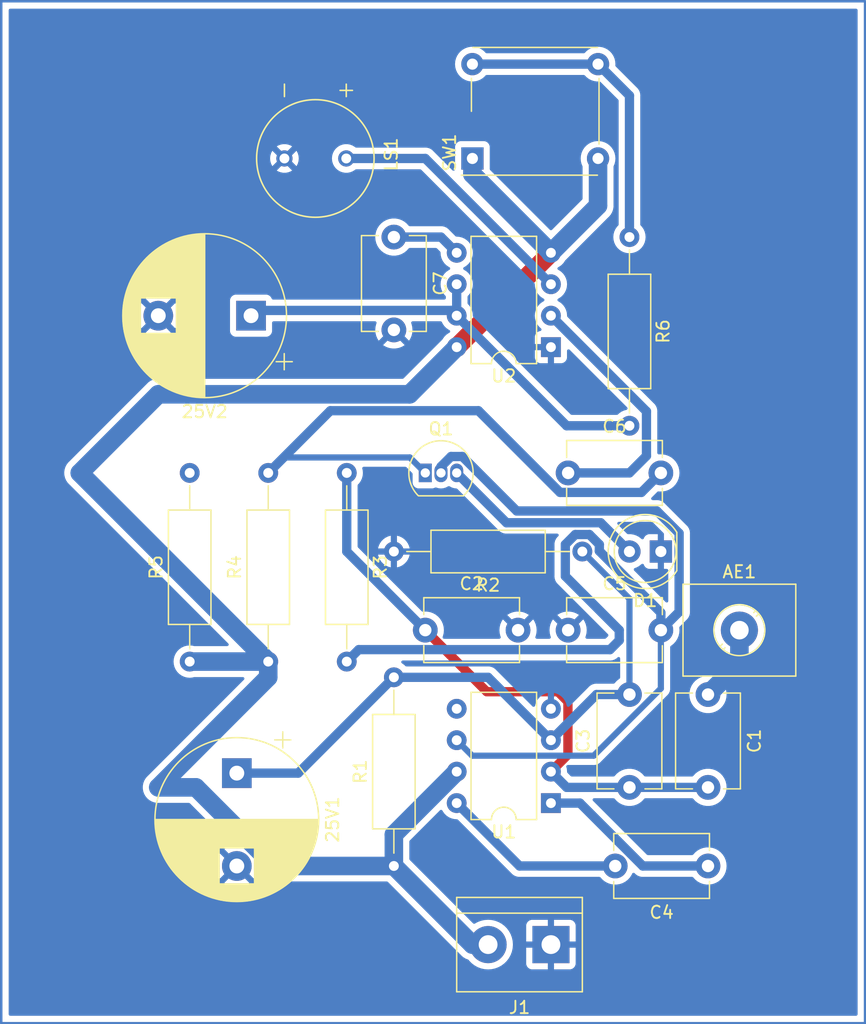
<source format=kicad_pcb>
(kicad_pcb (version 20221018) (generator pcbnew)
  (title_block (title "Phone Detector Module ") (date "09.11.2023") (rev "1.0") (company "by Muxtar_Safarov"))
  (layers (0 "F.Cu" signal) (31 "B.Cu" signal) (34 "B.Paste" user) (35 "F.Paste" user) (36 "B.SilkS" user "B.Silkscreen") (37 "F.SilkS" user "F.Silkscreen") (38 "B.Mask" user) (39 "F.Mask" user) (44 "Edge.Cuts" user))
  (net 0 "")
  (net 1 "Net-(U1-+)")
  (net 2 "Earth")
  (net 3 "Net-(U2-DIS)")
  (net 4 "Net-(AE1-A)")
  (net 5 "Net-(U1--)")
  (net 6 "Net-(C4-Pad1)")
  (net 7 "Net-(U1-STRB)")
  (net 8 "Net-(Q1-B)")
  (net 9 "Net-(U2-TR)")
  (net 10 "Net-(Q1-C)")
  (net 11 "Net-(U2-CV)")
  (net 12 "Net-(D1-A)")
  (net 13 "+12V")
  (net 14 "Net-(U2-Q)")
  (net 15 "Net-(R6-Pad1)")
  (footprint "Resistor_THT:R_Axial_DIN0309_L9.0mm_D3.2mm_P15.24mm_Horizontal" (layer "F.Cu") (at 57.15 171.45 90)
    (fp_text reference "R1" (at 7.62 -2.72 90) (layer "F.SilkS"))
    (fp_text value "2,2M")
    (pad "1" thru_hole circle (at 0 0 90) (size 1.6 1.6) (drill 0.8) (layers "*.Cu" "*.Mask") (net 13 "+12V"))
    (pad "2" thru_hole oval (at 15.24 0 90) (size 1.6 1.6) (drill 0.8) (layers "*.Cu" "*.Mask") (net 1 "Net-(U1-+)"))
  )
  (footprint "Capacitor_THT:C_Disc_D7.5mm_W5.0mm_P7.50mm" (layer "F.Cu") (at 57.15 120.65 -90)
    (fp_text reference "C7" (at 3.75 -3.75 90) (layer "F.SilkS"))
    (fp_text value "10nF")
    (pad "1" thru_hole circle (at 0 0 270) (size 2 2) (drill 1) (layers "*.Cu" "*.Mask") (net 11 "Net-(U2-CV)"))
    (pad "2" thru_hole circle (at 7.5 0 270) (size 2 2) (drill 1) (layers "*.Cu" "*.Mask") (net 2 "Earth"))
  )
  (footprint "Package_TO_SOT_THT:TO-92_Inline" (layer "F.Cu") (at 59.69 139.7)
    (fp_text reference "Q1" (at 1.27 -3.56) (layer "F.SilkS"))
    (fp_text value "BC548")
    (pad "1" thru_hole rect (at 0 0) (size 1.05 1.5) (drill 0.75) (layers "*.Cu" "*.Mask") (net 10 "Net-(Q1-C)"))
    (pad "2" thru_hole oval (at 1.27 0) (size 1.05 1.5) (drill 0.75) (layers "*.Cu" "*.Mask") (net 8 "Net-(Q1-B)"))
    (pad "3" thru_hole oval (at 2.54 0) (size 1.05 1.5) (drill 0.75) (layers "*.Cu" "*.Mask") (net 12 "Net-(D1-A)"))
  )
  (footprint "Package_DIP:DIP-8_W7.62mm" (layer "F.Cu") (at 69.85 129.54 180)
    (fp_text reference "U2" (at 3.81 -2.33) (layer "F.SilkS"))
    (fp_text value "NE555P")
    (pad "1" thru_hole rect (at 0 0 180) (size 1.6 1.6) (drill 0.8) (layers "*.Cu" "*.Mask") (net 2 "Earth"))
    (pad "2" thru_hole oval (at 0 2.54 180) (size 1.6 1.6) (drill 0.8) (layers "*.Cu" "*.Mask") (net 9 "Net-(U2-TR)"))
    (pad "3" thru_hole oval (at 0 5.08 180) (size 1.6 1.6) (drill 0.8) (layers "*.Cu" "*.Mask") (net 14 "Net-(U2-Q)"))
    (pad "4" thru_hole oval (at 0 7.62 180) (size 1.6 1.6) (drill 0.8) (layers "*.Cu" "*.Mask") (net 13 "+12V"))
    (pad "5" thru_hole oval (at 7.62 7.62 180) (size 1.6 1.6) (drill 0.8) (layers "*.Cu" "*.Mask") (net 11 "Net-(U2-CV)"))
    (pad "6" thru_hole oval (at 7.62 5.08 180) (size 1.6 1.6) (drill 0.8) (layers "*.Cu" "*.Mask") (net 3 "Net-(U2-DIS)"))
    (pad "7" thru_hole oval (at 7.62 2.54 180) (size 1.6 1.6) (drill 0.8) (layers "*.Cu" "*.Mask") (net 3 "Net-(U2-DIS)"))
    (pad "8" thru_hole oval (at 7.62 0 180) (size 1.6 1.6) (drill 0.8) (layers "*.Cu" "*.Mask") (net 13 "+12V"))
  )
  (footprint "Capacitor_THT:C_Disc_D7.5mm_W5.0mm_P7.50mm" (layer "F.Cu") (at 76.2 165.1 90)
    (fp_text reference "C3" (at 3.75 -3.75 90) (layer "F.SilkS"))
    (fp_text value "220nF")
    (pad "1" thru_hole circle (at 0 0 90) (size 2 2) (drill 1) (layers "*.Cu" "*.Mask") (net 5 "Net-(U1--)"))
    (pad "2" thru_hole circle (at 7.5 0 90) (size 2 2) (drill 1) (layers "*.Cu" "*.Mask") (net 1 "Net-(U1-+)"))
  )
  (footprint "Capacitor_THT:CP_Radial_D13.0mm_P7.50mm" (layer "F.Cu") (at 44.45 163.95 -90)
    (fp_text reference "25V1" (at 3.75 -7.75 90) (layer "F.SilkS"))
    (fp_text value "100uF")
    (pad "1" thru_hole rect (at 0 0 270) (size 2.4 2.4) (drill 1.2) (layers "*.Cu" "*.Mask") (net 1 "Net-(U1-+)"))
    (pad "2" thru_hole circle (at 7.5 0 270) (size 2.4 2.4) (drill 1.2) (layers "*.Cu" "*.Mask") (net 2 "Earth"))
  )
  (footprint "LED_THT:LED_D5.0mm" (layer "F.Cu") (at 78.74 146.05 180)
    (fp_text reference "D1" (at 1.27 -3.96) (layer "F.SilkS"))
    (fp_text value "LED")
    (pad "1" thru_hole rect (at 0 0 180) (size 1.8 1.8) (drill 0.9) (layers "*.Cu" "*.Mask") (net 2 "Earth"))
    (pad "2" thru_hole circle (at 2.54 0 180) (size 1.8 1.8) (drill 0.9) (layers "*.Cu" "*.Mask") (net 12 "Net-(D1-A)"))
  )
  (footprint "TerminalBlock_MetzConnect:TerminalBlock_MetzConnect_360271_1x01_Horizontal_ScrewM3.0_Boxed" (layer "F.Cu") (at 85.09 152.4)
    (fp_text reference "AE1" (at 0 -4.71) (layer "F.SilkS"))
    (fp_text value "Antenna")
    (pad "1" thru_hole circle (at 0 0) (size 3 3) (drill 1.5) (layers "*.Cu" "*.Mask") (net 4 "Net-(AE1-A)"))
  )
  (footprint "Resistor_THT:R_Axial_DIN0309_L9.0mm_D3.2mm_P15.24mm_Horizontal" (layer "F.Cu") (at 76.2 120.65 -90)
    (fp_text reference "R6" (at 7.62 -2.72 90) (layer "F.SilkS"))
    (fp_text value "15K")
    (pad "1" thru_hole circle (at 0 0 270) (size 1.6 1.6) (drill 0.8) (layers "*.Cu" "*.Mask") (net 15 "Net-(R6-Pad1)"))
    (pad "2" thru_hole oval (at 15.24 0 270) (size 1.6 1.6) (drill 0.8) (layers "*.Cu" "*.Mask") (net 3 "Net-(U2-DIS)"))
  )
  (footprint "Capacitor_THT:CP_Radial_D13.0mm_P7.50mm" (layer "F.Cu") (at 45.6 127 180)
    (fp_text reference "25V2" (at 3.75 -7.75) (layer "F.SilkS"))
    (fp_text value "4,7uF")
    (pad "1" thru_hole rect (at 0 0 180) (size 2.4 2.4) (drill 1.2) (layers "*.Cu" "*.Mask") (net 3 "Net-(U2-DIS)"))
    (pad "2" thru_hole circle (at 7.5 0 180) (size 2.4 2.4) (drill 1.2) (layers "*.Cu" "*.Mask") (net 2 "Earth"))
  )
  (footprint "Resistor_THT:R_Axial_DIN0309_L9.0mm_D3.2mm_P15.24mm_Horizontal" (layer "F.Cu") (at 46.99 154.94 90)
    (fp_text reference "R4" (at 7.62 -2.72 90) (layer "F.SilkS"))
    (fp_text value "1,5K")
    (pad "1" thru_hole circle (at 0 0 90) (size 1.6 1.6) (drill 0.8) (layers "*.Cu" "*.Mask") (net 13 "+12V"))
    (pad "2" thru_hole oval (at 15.24 0 90) (size 1.6 1.6) (drill 0.8) (layers "*.Cu" "*.Mask") (net 10 "Net-(Q1-C)"))
  )
  (footprint "TerminalBlock:TerminalBlock_bornier-2_P5.08mm" (layer "F.Cu") (at 69.85 177.8 180)
    (fp_text reference "J1" (at 2.54 -5.08) (layer "F.SilkS"))
    (fp_text value "VCC INPUT")
    (pad "1" thru_hole rect (at 0 0 180) (size 3 3) (drill 1.52) (layers "*.Cu" "*.Mask") (net 2 "Earth"))
    (pad "2" thru_hole circle (at 5.08 0 180) (size 3 3) (drill 1.52) (layers "*.Cu" "*.Mask") (net 13 "+12V"))
  )
  (footprint "Capacitor_THT:C_Disc_D7.5mm_W5.0mm_P7.50mm" (layer "F.Cu") (at 71.24 152.4)
    (fp_text reference "C5" (at 3.75 -3.75) (layer "F.SilkS"))
    (fp_text value "100nF")
    (pad "1" thru_hole circle (at 0 0) (size 2 2) (drill 1) (layers "*.Cu" "*.Mask") (net 2 "Earth"))
    (pad "2" thru_hole circle (at 7.5 0) (size 2 2) (drill 1) (layers "*.Cu" "*.Mask") (net 8 "Net-(Q1-B)"))
  )
  (footprint "Resistor_THT:R_Axial_DIN0309_L9.0mm_D3.2mm_P15.24mm_Horizontal" (layer "F.Cu") (at 72.39 146.05 180)
    (fp_text reference "R2" (at 7.62 -2.72) (layer "F.SilkS"))
    (fp_text value "100K")
    (pad "1" thru_hole circle (at 0 0 180) (size 1.6 1.6) (drill 0.8) (layers "*.Cu" "*.Mask") (net 1 "Net-(U1-+)"))
    (pad "2" thru_hole oval (at 15.24 0 180) (size 1.6 1.6) (drill 0.8) (layers "*.Cu" "*.Mask") (net 2 "Earth"))
  )
  (footprint "Capacitor_THT:C_Disc_D7.5mm_W5.0mm_P7.50mm" (layer "F.Cu") (at 59.69 152.4)
    (fp_text reference "C2" (at 3.75 -3.75) (layer "F.SilkS"))
    (fp_text value "22pF")
    (pad "1" thru_hole circle (at 0 0) (size 2 2) (drill 1) (layers "*.Cu" "*.Mask") (net 5 "Net-(U1--)"))
    (pad "2" thru_hole circle (at 7.5 0) (size 2 2) (drill 1) (layers "*.Cu" "*.Mask") (net 2 "Earth"))
  )
  (footprint "Capacitor_THT:C_Disc_D7.5mm_W5.0mm_P7.50mm" (layer "F.Cu") (at 82.55 157.6 -90)
    (fp_text reference "C1" (at 3.75 -3.75 90) (layer "F.SilkS"))
    (fp_text value "22pF")
    (pad "1" thru_hole circle (at 0 0 270) (size 2 2) (drill 1) (layers "*.Cu" "*.Mask") (net 4 "Net-(AE1-A)"))
    (pad "2" thru_hole circle (at 7.5 0 270) (size 2 2) (drill 1) (layers "*.Cu" "*.Mask") (net 5 "Net-(U1--)"))
  )
  (footprint "Resistor_THT:R_Axial_DIN0309_L9.0mm_D3.2mm_P15.24mm_Horizontal" (layer "F.Cu") (at 53.34 139.7 -90)
    (fp_text reference "R3" (at 7.62 -2.72 90) (layer "F.SilkS"))
    (fp_text value "2,2M")
    (pad "1" thru_hole circle (at 0 0 270) (size 1.6 1.6) (drill 0.8) (layers "*.Cu" "*.Mask") (net 5 "Net-(U1--)"))
    (pad "2" thru_hole oval (at 15.24 0 270) (size 1.6 1.6) (drill 0.8) (layers "*.Cu" "*.Mask") (net 8 "Net-(Q1-B)"))
  )
  (footprint "Button_Switch_THT:SW_MEC_5GTH9" (layer "F.Cu") (at 63.5 114.3 90)
    (fp_text reference "SW1" (at 0.475 -1.85 90) (layer "F.SilkS"))
    (fp_text value "SW_Push")
    (pad "1" thru_hole rect (at 0 0 180) (size 1.8 1.8) (drill 0.9) (layers "*.Cu" "*.Mask") (net 13 "+12V"))
    (pad "1" thru_hole circle (at 0 10.16 180) (size 1.8 1.8) (drill 0.9) (layers "*.Cu" "*.Mask") (net 13 "+12V"))
    (pad "2" thru_hole circle (at 7.62 0 180) (size 1.8 1.8) (drill 0.9) (layers "*.Cu" "*.Mask") (net 15 "Net-(R6-Pad1)"))
    (pad "2" thru_hole circle (at 7.62 10.16 180) (size 1.8 1.8) (drill 0.9) (layers "*.Cu" "*.Mask") (net 15 "Net-(R6-Pad1)"))
  )
  (footprint "Capacitor_THT:C_Disc_D7.5mm_W5.0mm_P7.50mm" (layer "F.Cu") (at 82.55 171.45 180)
    (fp_text reference "C4" (at 3.75 -3.75) (layer "F.SilkS"))
    (fp_text value "47pF")
    (pad "1" thru_hole circle (at 0 0 180) (size 2 2) (drill 1) (layers "*.Cu" "*.Mask") (net 6 "Net-(C4-Pad1)"))
    (pad "2" thru_hole circle (at 7.5 0 180) (size 2 2) (drill 1) (layers "*.Cu" "*.Mask") (net 7 "Net-(U1-STRB)"))
  )
  (footprint "Capacitor_THT:C_Disc_D7.5mm_W5.0mm_P7.50mm" (layer "F.Cu") (at 71.24 139.7)
    (fp_text reference "C6" (at 3.75 -3.75) (layer "F.SilkS"))
    (fp_text value "100nF")
    (pad "1" thru_hole circle (at 0 0) (size 2 2) (drill 1) (layers "*.Cu" "*.Mask") (net 9 "Net-(U2-TR)"))
    (pad "2" thru_hole circle (at 7.5 0) (size 2 2) (drill 1) (layers "*.Cu" "*.Mask") (net 10 "Net-(Q1-C)"))
  )
  (footprint "AI-1027-TWT-3V-R:XDCR_AI-1027-TWT-3V-R" (layer "F.Cu") (at 50.8 114.3 -90)
    (fp_text reference "LS1" (at -0.325 -6.135 90) (layer "F.SilkS"))
    (fp_text value "AI-1027-TWT-3V-R")
    (pad "N" thru_hole circle (at 0 2.5 270) (size 1.308 1.308) (drill 0.8) (layers "*.Cu" "*.Mask") (net 2 "Earth"))
    (pad "P" thru_hole circle (at 0 -2.5 270) (size 1.308 1.308) (drill 0.8) (layers "*.Cu" "*.Mask") (net 14 "Net-(U2-Q)"))
  )
  (footprint "Package_DIP:DIP-8_W7.62mm" (layer "F.Cu") (at 69.85 166.37 180)
    (fp_text reference "U1" (at 3.81 -2.33) (layer "F.SilkS"))
    (fp_text value "CA3130")
    (pad "1" thru_hole rect (at 0 0 180) (size 1.6 1.6) (drill 0.8) (layers "*.Cu" "*.Mask") (net 6 "Net-(C4-Pad1)"))
    (pad "2" thru_hole oval (at 0 2.54 180) (size 1.6 1.6) (drill 0.8) (layers "*.Cu" "*.Mask") (net 5 "Net-(U1--)"))
    (pad "3" thru_hole oval (at 0 5.08 180) (size 1.6 1.6) (drill 0.8) (layers "*.Cu" "*.Mask") (net 1 "Net-(U1-+)"))
    (pad "4" thru_hole oval (at 0 7.62 180) (size 1.6 1.6) (drill 0.8) (layers "*.Cu" "*.Mask") (net 2 "Earth"))
    (pad "5" thru_hole oval (at 7.62 7.62 180) (size 1.6 1.6) (drill 0.8) (layers "*.Cu" "*.Mask"))
    (pad "6" thru_hole oval (at 7.62 5.08 180) (size 1.6 1.6) (drill 0.8) (layers "*.Cu" "*.Mask") (net 8 "Net-(Q1-B)"))
    (pad "7" thru_hole oval (at 7.62 2.54 180) (size 1.6 1.6) (drill 0.8) (layers "*.Cu" "*.Mask") (net 13 "+12V"))
    (pad "8" thru_hole oval (at 7.62 0 180) (size 1.6 1.6) (drill 0.8) (layers "*.Cu" "*.Mask") (net 7 "Net-(U1-STRB)"))
  )
  (footprint "Resistor_THT:R_Axial_DIN0309_L9.0mm_D3.2mm_P15.24mm_Horizontal" (layer "F.Cu") (at 40.64 154.94 90)
    (fp_text reference "R5" (at 7.62 -2.72 90) (layer "F.SilkS"))
    (fp_text value "15K")
    (pad "1" thru_hole circle (at 0 0 90) (size 1.6 1.6) (drill 0.8) (layers "*.Cu" "*.Mask") (net 13 "+12V"))
    (pad "2" thru_hole oval (at 15.24 0 90) (size 1.6 1.6) (drill 0.8) (layers "*.Cu" "*.Mask") (net 9 "Net-(U2-TR)"))
  )
  (gr_rect (start 25.4 101.6) (end 95.25 184.15) (stroke (width 0.2)) (fill none) (layer "B.Cu"))
  (segment (start 44.45 163.95) (end 49.41 163.95) (width 0.75) (layer "B.Cu") (net 1))
  (segment (start 57.15 156.21) (end 64.77 156.21) (width 0.75) (layer "B.Cu") (net 1))
  (segment (start 76.2 157.6) (end 73.54 157.6) (width 0.75) (layer "B.Cu") (net 1))
  (segment (start 64.77 156.21) (end 69.85 161.29) (width 0.75) (layer "B.Cu") (net 1))
  (segment (start 76.2 149.86) (end 76.2 157.6) (width 0.5) (layer "B.Cu") (net 1))
  (segment (start 72.39 146.05) (end 76.2 149.86) (width 0.5) (layer "B.Cu") (net 1))
  (segment (start 49.41 163.95) (end 57.15 156.21) (width 0.75) (layer "B.Cu") (net 1))
  (segment (start 73.54 157.6) (end 69.85 161.29) (width 0.75) (layer "B.Cu") (net 1))
  (segment (start 61.805 126.575) (end 62.23 127) (width 0.75) (layer "B.Cu") (net 3))
  (segment (start 62.23 124.46) (end 62.23 127) (width 0.75) (layer "B.Cu") (net 3))
  (segment (start 45.6 127) (end 46.025 126.575) (width 0.75) (layer "B.Cu") (net 3))
  (segment (start 71.12 135.89) (end 76.2 135.89) (width 0.75) (layer "B.Cu") (net 3))
  (segment (start 46.025 126.575) (end 61.805 126.575) (width 0.75) (layer "B.Cu") (net 3))
  (segment (start 62.23 127) (end 71.12 135.89) (width 0.75) (layer "B.Cu") (net 3))
  (segment (start 85.09 155.06) (end 82.55 157.6) (width 1.5) (layer "B.Cu") (net 4))
  (segment (start 85.09 152.4) (end 85.09 155.06) (width 1.5) (layer "B.Cu") (net 4))
  (segment (start 70.419544 157.375) (end 64.665 157.375) (width 0.75) (layer "F.Cu") (net 5))
  (segment (start 69.85 163.83) (end 71.225 162.455) (width 0.75) (layer "F.Cu") (net 5))
  (segment (start 71.225 158.180456) (end 70.419544 157.375) (width 0.75) (layer "F.Cu") (net 5))
  (segment (start 64.665 157.375) (end 59.69 152.4) (width 0.75) (layer "F.Cu") (net 5))
  (segment (start 71.225 162.455) (end 71.225 158.180456) (width 0.75) (layer "F.Cu") (net 5))
  (segment (start 53.34 139.7) (end 53.34 146.05) (width 0.75) (layer "B.Cu") (net 5))
  (segment (start 76.2 165.1) (end 71.12 165.1) (width 0.75) (layer "B.Cu") (net 5))
  (segment (start 76.2 165.1) (end 82.55 165.1) (width 0.75) (layer "B.Cu") (net 5))
  (segment (start 53.34 146.05) (end 59.69 152.4) (width 0.75) (layer "B.Cu") (net 5))
  (segment (start 71.12 165.1) (end 69.85 163.83) (width 0.75) (layer "B.Cu") (net 5))
  (segment (start 72.197387 166.37) (end 77.277387 171.45) (width 0.75) (layer "B.Cu") (net 6))
  (segment (start 77.277387 171.45) (end 82.55 171.45) (width 0.75) (layer "B.Cu") (net 6))
  (segment (start 69.85 166.37) (end 72.197387 166.37) (width 0.75) (layer "B.Cu") (net 6))
  (segment (start 67.31 171.45) (end 62.23 166.37) (width 0.75) (layer "B.Cu") (net 7))
  (segment (start 75.05 171.45) (end 67.31 171.45) (width 0.75) (layer "B.Cu") (net 7))
  (segment (start 53.34 154.94) (end 54.305 153.975) (width 0.75) (layer "B.Cu") (net 8))
  (segment (start 54.305 153.975) (end 74.625 153.975) (width 0.75) (layer "B.Cu") (net 8))
  (segment (start 62.685635 138.375) (end 67.085635 142.775) (width 0.75) (layer "B.Cu") (net 8))
  (segment (start 71.820456 144.675) (end 72.959544 144.675) (width 0.75) (layer "B.Cu") (net 8))
  (segment (start 75.375 152.4) (end 71.015 148.04) (width 0.75) (layer "B.Cu") (net 8))
  (segment (start 73.765 146.010787) (end 78.74 150.985787) (width 0.75) (layer "B.Cu") (net 8))
  (segment (start 75.375 153.225) (end 75.375 152.4) (width 0.75) (layer "B.Cu") (net 8))
  (segment (start 72.959544 144.675) (end 73.765 145.480456) (width 0.75) (layer "B.Cu") (net 8))
  (segment (start 78.74 150.985787) (end 78.74 152.4) (width 0.75) (layer "B.Cu") (net 8))
  (segment (start 74.625 153.975) (end 75.375 153.225) (width 0.75) (layer "B.Cu") (net 8))
  (segment (start 67.085635 142.775) (end 78.415 142.775) (width 0.75) (layer "B.Cu") (net 8))
  (segment (start 61.774365 138.375) (end 62.685635 138.375) (width 0.75) (layer "B.Cu") (net 8))
  (segment (start 60.96 139.189365) (end 61.774365 138.375) (width 0.75) (layer "B.Cu") (net 8))
  (segment (start 71.015 145.480456) (end 71.820456 144.675) (width 0.75) (layer "B.Cu") (net 8))
  (segment (start 71.015 148.04) (end 71.015 145.480456) (width 0.75) (layer "B.Cu") (net 8))
  (segment (start 60.96 139.7) (end 60.96 139.189365) (width 0.75) (layer "B.Cu") (net 8))
  (segment (start 80.215 144.575) (end 80.215 150.925) (width 0.75) (layer "B.Cu") (net 8))
  (segment (start 78.415 142.775) (end 80.215 144.575) (width 0.75) (layer "B.Cu") (net 8))
  (segment (start 78.74 157.11061) (end 78.74 152.4) (width 0.5) (layer "B.Cu") (net 8))
  (segment (start 73.765 145.480456) (end 73.765 146.010787) (width 0.75) (layer "B.Cu") (net 8))
  (segment (start 63.48 162.54) (end 73.31061 162.54) (width 0.5) (layer "B.Cu") (net 8))
  (segment (start 73.31061 162.54) (end 78.74 157.11061) (width 0.5) (layer "B.Cu") (net 8))
  (segment (start 62.23 161.29) (end 63.48 162.54) (width 0.5) (layer "B.Cu") (net 8))
  (segment (start 80.215 150.925) (end 78.74 152.4) (width 0.75) (layer "B.Cu") (net 8))
  (segment (start 69.85 127) (end 77.575 134.725) (width 0.75) (layer "B.Cu") (net 9))
  (segment (start 77.575 138.325) (end 76.2 139.7) (width 0.75) (layer "B.Cu") (net 9))
  (segment (start 77.575 134.725) (end 77.575 138.325) (width 0.75) (layer "B.Cu") (net 9))
  (segment (start 76.2 139.7) (end 71.24 139.7) (width 0.75) (layer "B.Cu") (net 9))
  (segment (start 58.44 138.45) (end 59.69 139.7) (width 0.5) (layer "B.Cu") (net 10))
  (segment (start 52.015 134.675) (end 46.99 139.7) (width 0.75) (layer "B.Cu") (net 10))
  (segment (start 46.99 139.7) (end 48.24 138.45) (width 0.5) (layer "B.Cu") (net 10))
  (segment (start 70.587613 141.275) (end 63.987613 134.675) (width 0.75) (layer "B.Cu") (net 10))
  (segment (start 77.165 141.275) (end 70.587613 141.275) (width 0.75) (layer "B.Cu") (net 10))
  (segment (start 63.987613 134.675) (end 52.015 134.675) (width 0.75) (layer "B.Cu") (net 10))
  (segment (start 48.24 138.45) (end 58.44 138.45) (width 0.5) (layer "B.Cu") (net 10))
  (segment (start 78.74 139.7) (end 77.165 141.275) (width 0.75) (layer "B.Cu") (net 10))
  (segment (start 60.96 120.65) (end 62.23 121.92) (width 0.75) (layer "B.Cu") (net 11))
  (segment (start 57.15 120.65) (end 60.96 120.65) (width 0.75) (layer "B.Cu") (net 11))
  (segment (start 73.875 143.725) (end 66.255 143.725) (width 0.75) (layer "B.Cu") (net 12))
  (segment (start 66.255 143.725) (end 62.23 139.7) (width 0.75) (layer "B.Cu") (net 12))
  (segment (start 76.2 146.05) (end 73.875 143.725) (width 0.75) (layer "B.Cu") (net 12))
  (segment (start 69.85 121.92) (end 62.23 129.54) (width 1.5) (layer "F.Cu") (net 13))
  (segment (start 63.5 115.57) (end 69.85 121.92) (width 1.5) (layer "B.Cu") (net 13))
  (segment (start 63.5 114.3) (end 63.5 115.57) (width 1.5) (layer "B.Cu") (net 13))
  (segment (start 64.77 177.8) (end 63.5 177.8) (width 1.5) (layer "B.Cu") (net 13))
  (segment (start 38.1 133.35) (end 58.42 133.35) (width 1.5) (layer "B.Cu") (net 13))
  (segment (start 31.75 139.7) (end 38.1 133.35) (width 1.5) (layer "B.Cu") (net 13))
  (segment (start 63.5 177.8) (end 57.15 171.45) (width 1.5) (layer "B.Cu") (net 13))
  (segment (start 46.99 154.94) (end 46.99 156.21) (width 1.5) (layer "B.Cu") (net 13))
  (segment (start 40.64 154.94) (end 46.99 154.94) (width 1.5) (layer "B.Cu") (net 13))
  (segment (start 38.1 165.1) (end 41.14056 165.1) (width 1.5) (layer "B.Cu") (net 13))
  (segment (start 58.42 133.35) (end 62.23 129.54) (width 1.5) (layer "B.Cu") (net 13))
  (segment (start 57.15 168.91) (end 57.15 171.45) (width 1.5) (layer "B.Cu") (net 13))
  (segment (start 46.99 154.94) (end 31.75 139.7) (width 1.5) (layer "B.Cu") (net 13))
  (segment (start 46.99 156.21) (end 38.1 165.1) (width 1.5) (layer "B.Cu") (net 13))
  (segment (start 47.49056 171.45) (end 57.15 171.45) (width 1.5) (layer "B.Cu") (net 13))
  (segment (start 73.66 118.11) (end 69.85 121.92) (width 1.5) (layer "B.Cu") (net 13))
  (segment (start 73.66 114.3) (end 73.66 118.11) (width 1.5) (layer "B.Cu") (net 13))
  (segment (start 62.23 163.83) (end 57.15 168.91) (width 1.5) (layer "B.Cu") (net 13))
  (segment (start 41.14056 165.1) (end 47.49056 171.45) (width 1.5) (layer "B.Cu") (net 13))
  (segment (start 69.85 124.46) (end 59.69 114.3) (width 0.75) (layer "B.Cu") (net 14))
  (segment (start 59.69 114.3) (end 53.3 114.3) (width 0.75) (layer "B.Cu") (net 14))
  (segment (start 76.2 109.22) (end 76.2 120.65) (width 0.75) (layer "B.Cu") (net 15))
  (segment (start 63.5 106.68) (end 73.66 106.68) (width 0.75) (layer "B.Cu") (net 15))
  (segment (start 73.66 106.68) (end 76.2 109.22) (width 0.75) (layer "B.Cu") (net 15))
  (zone (net 2) (net_name "Earth") (layer "B.Cu") (connect_pads (clearance 0.5)) (min_thickness 0.25) (fill yes (thermal_gap 0.5) (thermal_bridge_width 0.5))
    (polygon (pts (xy 25.4 101.6) (xy 25.4 184.15) (xy 95.25 184.15) (xy 95.25 101.6)))
  )
)
</source>
